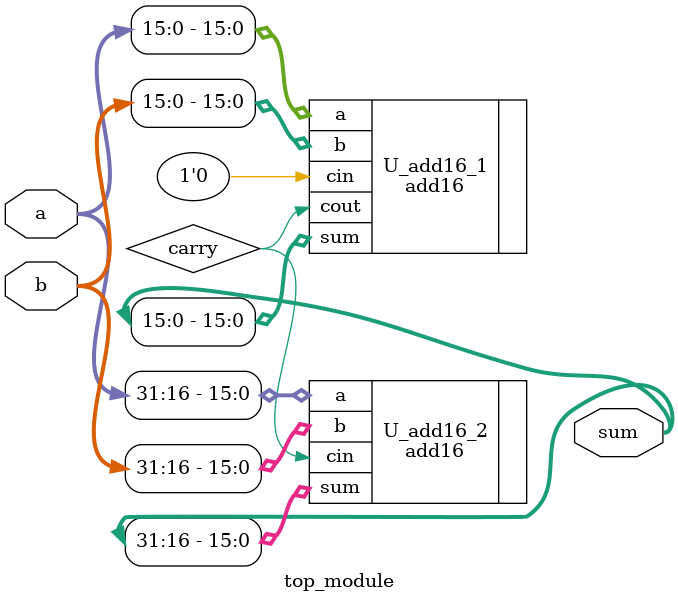
<source format=v>
module top_module(
    input [31:0] a,
    input [31:0] b,
    output [31:0] sum
);
    wire carry;
    
    add16 U_add16_1(
        .a(a[15:0]),
        .b(b[15:0]),
        .cin(1'b0),
        .cout(carry),
        .sum(sum[15:0])
    );
    
    add16 U_add16_2(
        .a(a[31:16]),
        .b(b[31:16]),
        .cin(carry),
        .sum(sum[31:16])
    );

endmodule
</source>
